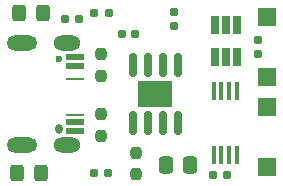
<source format=gbr>
%TF.GenerationSoftware,KiCad,Pcbnew,6.0.11+dfsg-1~bpo11+1*%
%TF.CreationDate,2023-03-12T17:24:38+00:00*%
%TF.ProjectId,tp4056,74703430-3536-42e6-9b69-6361645f7063,rev?*%
%TF.SameCoordinates,Original*%
%TF.FileFunction,Soldermask,Top*%
%TF.FilePolarity,Negative*%
%FSLAX46Y46*%
G04 Gerber Fmt 4.6, Leading zero omitted, Abs format (unit mm)*
G04 Created by KiCad (PCBNEW 6.0.11+dfsg-1~bpo11+1) date 2023-03-12 17:24:38*
%MOMM*%
%LPD*%
G01*
G04 APERTURE LIST*
G04 Aperture macros list*
%AMRoundRect*
0 Rectangle with rounded corners*
0 $1 Rounding radius*
0 $2 $3 $4 $5 $6 $7 $8 $9 X,Y pos of 4 corners*
0 Add a 4 corners polygon primitive as box body*
4,1,4,$2,$3,$4,$5,$6,$7,$8,$9,$2,$3,0*
0 Add four circle primitives for the rounded corners*
1,1,$1+$1,$2,$3*
1,1,$1+$1,$4,$5*
1,1,$1+$1,$6,$7*
1,1,$1+$1,$8,$9*
0 Add four rect primitives between the rounded corners*
20,1,$1+$1,$2,$3,$4,$5,0*
20,1,$1+$1,$4,$5,$6,$7,0*
20,1,$1+$1,$6,$7,$8,$9,0*
20,1,$1+$1,$8,$9,$2,$3,0*%
G04 Aperture macros list end*
%ADD10R,1.500000X1.500000*%
%ADD11RoundRect,0.160000X-0.160000X0.197500X-0.160000X-0.197500X0.160000X-0.197500X0.160000X0.197500X0*%
%ADD12R,3.000000X2.290000*%
%ADD13RoundRect,0.150000X0.150000X-0.825000X0.150000X0.825000X-0.150000X0.825000X-0.150000X-0.825000X0*%
%ADD14RoundRect,0.160000X-0.197500X-0.160000X0.197500X-0.160000X0.197500X0.160000X-0.197500X0.160000X0*%
%ADD15RoundRect,0.155000X-0.155000X0.212500X-0.155000X-0.212500X0.155000X-0.212500X0.155000X0.212500X0*%
%ADD16RoundRect,0.237500X-0.237500X0.250000X-0.237500X-0.250000X0.237500X-0.250000X0.237500X0.250000X0*%
%ADD17RoundRect,0.250000X0.325000X0.450000X-0.325000X0.450000X-0.325000X-0.450000X0.325000X-0.450000X0*%
%ADD18R,0.400000X1.560000*%
%ADD19RoundRect,0.250000X0.337500X0.475000X-0.337500X0.475000X-0.337500X-0.475000X0.337500X-0.475000X0*%
%ADD20O,0.600000X0.850000*%
%ADD21C,0.600000*%
%ADD22R,1.500000X0.520000*%
%ADD23R,1.500000X0.270000*%
%ADD24O,2.600000X1.300000*%
%ADD25O,2.300000X1.300000*%
%ADD26RoundRect,0.155000X0.212500X0.155000X-0.212500X0.155000X-0.212500X-0.155000X0.212500X-0.155000X0*%
%ADD27RoundRect,0.160000X0.197500X0.160000X-0.197500X0.160000X-0.197500X-0.160000X0.197500X-0.160000X0*%
%ADD28RoundRect,0.237500X0.237500X-0.250000X0.237500X0.250000X-0.237500X0.250000X-0.237500X-0.250000X0*%
%ADD29R,0.650000X1.560000*%
G04 APERTURE END LIST*
D10*
%TO.C,J7*%
X150990000Y-93049840D03*
%TD*%
%TO.C,J6*%
X150990000Y-87979840D03*
%TD*%
%TO.C,J5*%
X150990000Y-100680000D03*
%TD*%
%TO.C,J4*%
X150990000Y-95600000D03*
%TD*%
D11*
%TO.C,R5*%
X150190000Y-89870000D03*
X150190000Y-91065000D03*
%TD*%
D12*
%TO.C,U1*%
X141510000Y-94480000D03*
D13*
X139605000Y-92005000D03*
X140875000Y-92005000D03*
X142145000Y-92005000D03*
X143415000Y-92005000D03*
X143415000Y-96955000D03*
X142145000Y-96955000D03*
X140875000Y-96955000D03*
X139605000Y-96955000D03*
%TD*%
D14*
%TO.C,R2*%
X137560000Y-87600000D03*
X136365000Y-87600000D03*
%TD*%
D15*
%TO.C,C2*%
X143080000Y-87545000D03*
X143080000Y-88680000D03*
%TD*%
D16*
%TO.C,R8*%
X136880000Y-96200000D03*
X136880000Y-98025000D03*
%TD*%
D17*
%TO.C,D2*%
X129945000Y-87610000D03*
X131995000Y-87610000D03*
%TD*%
D18*
%TO.C,U4*%
X148410000Y-94213000D03*
X147760000Y-94213000D03*
X147100000Y-94213000D03*
X146450000Y-94213000D03*
X146450000Y-99627000D03*
X147100000Y-99627000D03*
X147760000Y-99627000D03*
X148410000Y-99627000D03*
%TD*%
D19*
%TO.C,C1*%
X142382500Y-100520000D03*
X144457500Y-100520000D03*
%TD*%
D14*
%TO.C,R1*%
X137547500Y-101190000D03*
X136352500Y-101190000D03*
%TD*%
D20*
%TO.C,P1*%
X133340000Y-97480000D03*
D21*
X133340000Y-91480000D03*
D22*
X134692000Y-91380000D03*
X134692000Y-92130000D03*
D23*
X134692000Y-96230000D03*
D22*
X134692000Y-96830000D03*
X134692000Y-97580000D03*
D23*
X134692000Y-93210000D03*
D24*
X130240000Y-98800000D03*
X130240000Y-90160000D03*
D25*
X134065000Y-98800000D03*
X134065000Y-90160000D03*
%TD*%
D14*
%TO.C,R6*%
X146382121Y-101346000D03*
X147577121Y-101346000D03*
%TD*%
D26*
%TO.C,C3*%
X139807500Y-89380000D03*
X138672500Y-89380000D03*
%TD*%
D27*
%TO.C,R9*%
X135055000Y-88130000D03*
X133860000Y-88130000D03*
%TD*%
D28*
%TO.C,R7*%
X136920000Y-92930000D03*
X136920000Y-91105000D03*
%TD*%
D17*
%TO.C,D1*%
X129810000Y-101190000D03*
X131860000Y-101190000D03*
%TD*%
D16*
%TO.C,R3*%
X139910000Y-99440000D03*
X139910000Y-101265000D03*
%TD*%
D29*
%TO.C,U2*%
X146560000Y-91360000D03*
X147510000Y-91360000D03*
X148460000Y-91360000D03*
X148460000Y-88660000D03*
X147510000Y-88660000D03*
X146560000Y-88660000D03*
%TD*%
M02*

</source>
